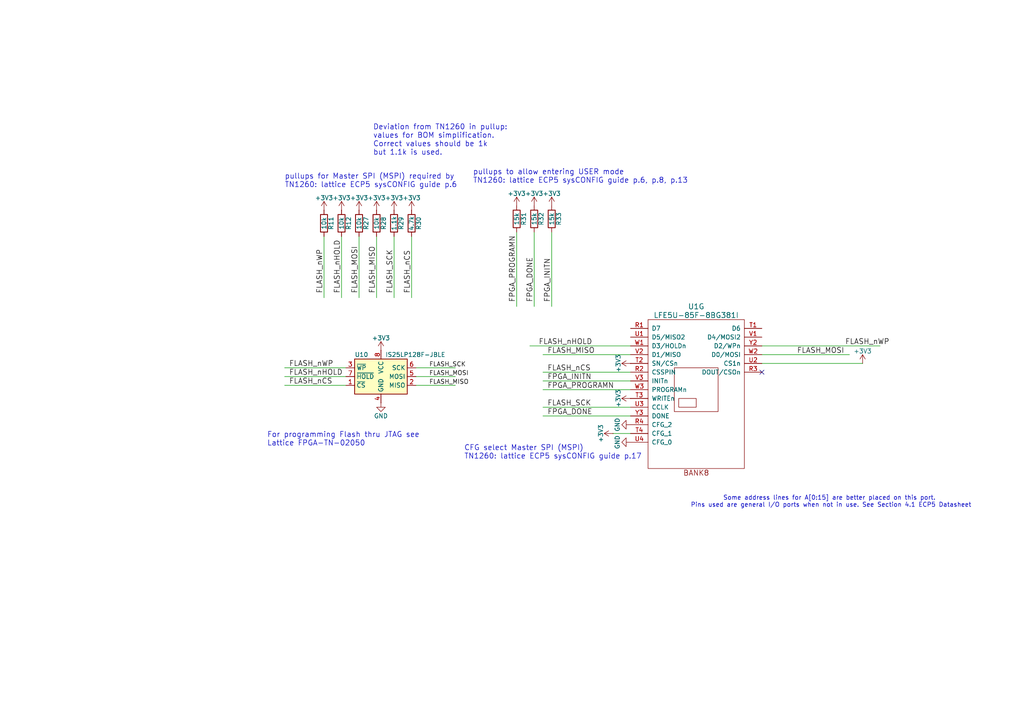
<source format=kicad_sch>
(kicad_sch (version 20250114) (generator "eeschema") (generator_version "9.0")
  (paper "A4")
  (title_block (title "FPGA Configuration - SPI Flash & Boot") (date "2025-11-30") (rev "1.0.0") (comment 2 "mode. PROGRAMN, DONE, and INITN signals for configuration control.") (comment 3 "pins. Pullups on all SPI lines per Lattice guidelines. CFG pins set for Master SPI boot") (comment 4 "IS25LP128F SPI flash for FPGA bitstream storage. Directly connected to ECP5 configuration"))
  (lib_symbols
    (symbol "Device:R" (pin_numbers (hide yes)) (pin_names (offset 0))
      (property "Reference" "R" (at 2.032 0 90))
      (property "Value" "R" (at 0 0 90))
      (symbol "R_0_1"
        (rectangle (start -1.016 -2.54) (end 1.016 2.54) (stroke (width 0.254)))
      )
      (symbol "R_1_1"
        (pin passive line (at 0 3.81 270) (length 1.27) (name "~") (number "1"))
        (pin passive line (at 0 -3.81 90) (length 1.27) (name "~") (number "2"))
      )
    )
    (symbol "Memory_EEPROM:25LCxxx"
      (property "Reference" "U" (at -7.62 6.35 0))
      (property "Value" "25LCxxx" (at 2.54 -6.35 0))
      (symbol "25LCxxx_1_1"
        (rectangle (start -7.62 5.08) (end 7.62 -5.08) (stroke (width 0.254)) (fill (type background)))
        (pin input line (at -10.16 2.54 0) (length 2.54) (name "~{WP}") (number "3"))
        (pin input line (at -10.16 0 0) (length 2.54) (name "~{HOLD}") (number "7"))
        (pin input line (at -10.16 -2.54 0) (length 2.54) (name "~{CS}") (number "1"))
        (pin power_in line (at 0 7.62 270) (length 2.54) (name "VCC") (number "8"))
        (pin power_in line (at 0 -7.62 90) (length 2.54) (name "GND") (number "4"))
        (pin input line (at 10.16 2.54 180) (length 2.54) (name "SCK") (number "6"))
        (pin input line (at 10.16 0 180) (length 2.54) (name "MOSI") (number "5"))
        (pin tri_state line (at 10.16 -2.54 180) (length 2.54) (name "MISO") (number "2"))
      )
    )
    (symbol "lfe5bg381:LFE5UM-85F-6BG381C" (pin_names (offset 1.016))
      (property "Reference" "U" (at 0 24.13 0))
      (property "Value" "LFE5UM-85F-6BG381C" (at 0 21.59 0))
      (symbol "LFE5UM-85F-6BG381C_1_1"
        (rectangle (start -13.97 20.32) (end 13.97 -17.78))
        (rectangle (start -6.35 6.35) (end 6.35 -6.35))
        (rectangle (start -5.08 5.08) (end 0 2.54))
        (text "BANK0" (at 0 -19.05 0) (effects (font (size 1.524 1.524))))
        (pin input line (at -19.05 17.78 0) (length 5.08) (name "PCLKT0_0") (number "B11"))
        (pin input line (at -19.05 15.24 0) (length 5.08) (name "PCLKT0_1") (number "A10"))
        (pin input line (at -19.05 12.7 0) (length 5.08) (name "GR_PCLK0_1") (number "A9"))
        (pin input line (at -19.05 10.16 0) (length 5.08) (name "PT58A") (number "B9"))
        (pin input line (at -19.05 7.62 0) (length 5.08) (name "PT20A") (number "D9"))
        (pin input line (at -19.05 5.08 0) (length 5.08) (name "PT18A") (number "A7"))
        (pin input line (at -19.05 2.54 0) (length 5.08) (name "PT15A") (number "C8"))
        (pin input line (at -19.05 0 0) (length 5.08) (name "PT13A") (number "E8"))
        (pin input line (at -19.05 -2.54 0) (length 5.08) (name "PT11A") (number "C6"))
        (pin input line (at -19.05 -5.08 0) (length 5.08) (name "PT9A") (number "E7"))
        (pin input line (at -19.05 -7.62 0) (length 5.08) (name "PT6A") (number "E6"))
        (pin input line (at -19.05 -10.16 0) (length 5.08) (name "PT4A") (number "A6"))
        (pin input line (at -19.05 -12.7 0) (length 5.08) (name "PT56A") (number "D10"))
        (pin input line (at -19.05 -15.24 0) (length 5.08) (name "PT54A") (number "C9"))
        (pin input line (at 19.05 17.78 180) (length 5.08) (name "PCLKC0_0") (number "C11"))
        (pin input line (at 19.05 15.24 180) (length 5.08) (name "PCLKC0_1") (number "A11"))
        (pin input line (at 19.05 12.7 180) (length 5.08) (name "GR_PCLK0_0") (number "B10"))
        (pin input line (at 19.05 10.16 180) (length 5.08) (name "PT58B") (number "C10"))
        (pin input line (at 19.05 7.62 180) (length 5.08) (name "PT20B") (number "E9"))
        (pin input line (at 19.05 5.08 180) (length 5.08) (name "PT18B") (number "A8"))
        (pin input line (at 19.05 2.54 180) (length 5.08) (name "PT15B") (number "B8"))
        (pin input line (at 19.05 0 180) (length 5.08) (name "PT13B") (number "D8"))
        (pin input line (at 19.05 -2.54 180) (length 5.08) (name "PT11B") (number "C7"))
        (pin input line (at 19.05 -5.08 180) (length 5.08) (name "PT9B") (number "D7"))
        (pin input line (at 19.05 -7.62 180) (length 5.08) (name "PT6B") (number "D6"))
        (pin input line (at 19.05 -10.16 180) (length 5.08) (name "PT4B") (number "B6"))
        (pin input line (at 19.05 -12.7 180) (length 5.08) (name "PT56B") (number "E10"))
      )
      (symbol "LFE5UM-85F-6BG381C_2_0"
        (text "BANK1" (at 0 -26.67 0) (effects (font (size 1.524 1.524))))
      )
      (symbol "LFE5UM-85F-6BG381C_2_1"
        (rectangle (start -13.97 20.32) (end 13.97 -25.4))
        (rectangle (start -6.35 6.35) (end 6.35 -6.35))
        (rectangle (start 0 5.08) (end 5.08 2.54))
        (pin input line (at -19.05 17.78 0) (length 5.08) (name "PT121A") (number "A19"))
        (pin input line (at -19.05 15.24 0) (length 5.08) (name "PT119A") (number "A18"))
        (pin input line (at -19.05 12.7 0) (length 5.08) (name "PT116A") (number "A17"))
        (pin input line (at -19.05 10.16 0) (length 5.08) (name "PT114A") (number "B17"))
        (pin input line (at -19.05 7.62 0) (length 5.08) (name "PT112A") (number "C16"))
        (pin input line (at -19.05 5.08 0) (length 5.08) (name "PT110A") (number "A16"))
        (pin input line (at -19.05 2.54 0) (length 5.08) (name "PT107A") (number "D15"))
        (pin input line (at -19.05 0 0) (length 5.08) (name "PT105A") (number "B15"))
        (pin input line (at -19.05 -2.54 0) (length 5.08) (name "PT85A") (number "D14"))
        (pin input line (at -19.05 -5.08 0) (length 5.08) (name "PT83A") (number "A14"))
        (pin input line (at -19.05 -7.62 0) (length 5.08) (name "PT80A") (number "D13"))
        (pin input line (at -19.05 -10.16 0) (length 5.08) (name "PT78A") (number "B13"))
        (pin input line (at -19.05 -12.7 0) (length 5.08) (name "PT76A") (number "A12"))
        (pin input line (at -19.05 -15.24 0) (length 5.08) (name "GR_PCLK1_0") (number "D12"))
        (pin input line (at -19.05 -17.78 0) (length 5.08) (name "PCLKT1_0") (number "B12"))
        (pin input line (at -19.05 -20.32 0) (length 5.08) (name "PCLKT1_1") (number "D11"))
        (pin input line (at -19.05 -22.86 0) (length 5.08) (name "PT103A") (number "A15"))
        (pin input line (at 19.05 17.78 180) (length 5.08) (name "PT121B") (number "B20"))
        (pin input line (at 19.05 15.24 180) (length 5.08) (name "PT119B") (number "B19"))
        (pin input line (at 19.05 12.7 180) (length 5.08) (name "PT116B") (number "B18"))
        (pin input line (at 19.05 10.16 180) (length 5.08) (name "PT114B") (number "C17"))
        (pin input line (at 19.05 7.62 180) (length 5.08) (name "PT112B") (number "D16"))
        (pin input line (at 19.05 5.08 180) (length 5.08) (name "PT110B") (number "B16"))
        (pin input line (at 19.05 2.54 180) (length 5.08) (name "PT107B") (number "E15"))
        (pin input line (at 19.05 0 180) (length 5.08) (name "PT105B") (number "C15"))
        (pin input line (at 19.05 -2.54 180) (length 5.08) (name "PT85B") (number "E14"))
        (pin input line (at 19.05 -5.08 180) (length 5.08) (name "PT83B") (number "C14"))
        (pin input line (at 19.05 -7.62 180) (length 5.08) (name "PT80B") (number "E13"))
        (pin input line (at 19.05 -10.16 180) (length 5.08) (name "PT78B") (number "C13"))
        (pin input line (at 19.05 -12.7 180) (length 5.08) (name "PT76B") (number "A13"))
        (pin input line (at 19.05 -15.24 180) (length 5.08) (name "GR_PCLK1_1") (number "E12"))
        (pin input line (at 19.05 -17.78 180) (length 5.08) (name "PCLKC1_0") (number "C12"))
        (pin input line (at 19.05 -20.32 180) (length 5.08) (name "PCLKC1_1") (number "E11"))
      )
      (symbol "LFE5UM-85F-6BG381C_3_0"
        (text "BANK2" (at 0 -26.67 0) (effects (font (size 1.524 1.524))))
      )
      (symbol "LFE5UM-85F-6BG381C_3_1"
        (rectangle (start -13.97 20.32) (end 13.97 -25.4))
        (rectangle (start -6.35 6.35) (end 6.35 -6.35))
        (rectangle (start 5.08 5.08) (end 2.54 0))
        (pin input line (at -19.05 17.78 0) (length 5.08) (name "PCLKT2_0") (number "J20"))
        (pin input line (at -19.05 15.24 0) (length 5.08) (name "PCLKT2_1") (number "J19"))
        (pin input line (at -19.05 12.7 0) (length 5.08) (name "GR_PCLK2_0") (number "J18"))
        (pin input line (at -19.05 10.16 0) (length 5.08) (name "GR_PCLK2_1") (number "G19"))
        (pin input line (at -19.05 7.62 0) (length 5.08) (name "PR38C") (number "F20"))
        (pin input line (at -19.05 5.08 0) (length 5.08) (name "PR38A") (number "E20"))
        (pin input line (at -19.05 2.54 0) (length 5.08) (name "VREF1_2") (number "D20"))
        (pin input line (at -19.05 0 0) (length 5.08) (name "PR35A") (number "C20"))
        (pin input line (at -19.05 -2.54 0) (length 5.08) (name "PR20C") (number "J17"))
        (pin input line (at -19.05 -5.08 0) (length 5.08) (name "PR20A") (number "H18"))
        (pin input line (at -19.05 -7.62 0) (length 5.08) (name "PR17C") (number "G16"))
        (pin input line (at -19.05 -10.16 0) (length 5.08) (name "PR17A") (number "F17"))
        (pin input line (at -19.05 -12.7 0) (length 5.08) (name "PR14C") (number "E18"))
        (pin input line (at -19.05 -15.24 0) (length 5.08) (name "PR14A") (number "D18"))
        (pin input line (at -19.05 -17.78 0) (length 5.08) (name "PR11C") (number "E16"))
        (pin input line (at -19.05 -20.32 0) (length 5.08) (name "PR11A") (number "C18"))
        (pin input line (at -19.05 -22.86 0) (length 5.08) (name "PR29A") (number "K16"))
        (pin input line (at 19.05 17.78 180) (length 5.08) (name "PCLKC2_0") (number "K20"))
        (pin input line (at 19.05 15.24 180) (length 5.08) (name "PCLKC2_1") (number "K19"))
        (pin input line (at 19.05 12.7 180) (length 5.08) (name "PR41D") (number "K18"))
        (pin input line (at 19.05 10.16 180) (length 5.08) (name "PR41B") (number "H20"))
        (pin input line (at 19.05 7.62 180) (length 5.08) (name "PR38D") (number "G20"))
        (pin input line (at 19.05 5.08 180) (length 5.08) (name "PR38B") (number "F19"))
        (pin input line (at 19.05 2.54 180) (length 5.08) (name "PR35D") (number "E19"))
        (pin input line (at 19.05 0 180) (length 5.08) (name "PR35B") (number "D19"))
        (pin input line (at 19.05 -2.54 180) (length 5.08) (name "PR20D") (number "J16"))
        (pin input line (at 19.05 -5.08 180) (length 5.08) (name "PR20B") (number "H17"))
        (pin input line (at 19.05 -7.62 180) (length 5.08) (name "PR17D") (number "H16"))
        (pin input line (at 19.05 -10.16 180) (length 5.08) (name "PR17B") (number "G18"))
        (pin input line (at 19.05 -12.7 180) (length 5.08) (name "PR14D") (number "F18"))
        (pin input line (at 19.05 -15.24 180) (length 5.08) (name "PR14B") (number "E17"))
        (pin input line (at 19.05 -17.78 180) (length 5.08) (name "PR11D") (number "F16"))
        (pin input line (at 19.05 -20.32 180) (length 5.08) (name "PR11B") (number "D17"))
        (pin input line (at 19.05 -22.86 180) (length 5.08) (name "PR29B") (number "K17"))
      )
      (symbol "LFE5UM-85F-6BG381C_4_0"
        (text "BANK3" (at 0 -26.67 0) (effects (font (size 1.524 1.524))))
      )
      (symbol "LFE5UM-85F-6BG381C_4_1"
        (rectangle (start -13.97 20.32) (end 13.97 -25.4))
        (rectangle (start -6.35 6.35) (end 6.35 -6.35))
        (rectangle (start 2.54 0) (end 5.08 -5.08))
        (pin input line (at -19.05 17.78 0) (length 5.08) (name "GPLL0T_IN") (number "U16"))
        (pin input line (at -19.05 15.24 0) (length 5.08) (name "PR92A") (number "U18"))
        (pin input line (at -19.05 12.7 0) (length 5.08) (name "PR89C") (number "U19"))
        (pin input line (at -19.05 10.16 0) (length 5.08) (name "PR89A") (number "T19"))
        (pin input line (at -19.05 7.62 0) (length 5.08) (name "PR86C") (number "T20"))
        (pin input line (at -19.05 5.08 0) (length 5.08) (name "PR86A") (number "P20"))
        (pin input line (at -19.05 2.54 0) (length 5.08) (name "PR83C") (number "P19"))
        (pin input line (at -19.05 0 0) (length 5.08) (name "PR83A") (number "N19"))
        (pin input line (at -19.05 -2.54 0) (length 5.08) (name "PR56C") (number "R16"))
        (pin input line (at -19.05 -5.08 0) (length 5.08) (name "PR56A") (number "N17"))
        (pin input line (at -19.05 -7.62 0) (length 5.08) (name "PR53C") (number "N18"))
        (pin input line (at -19.05 -10.16 0) (length 5.08) (name "PR53A") (number "N16"))
        (pin input line (at -19.05 -12.7 0) (length 5.08) (name "GR_PCLK3_1") (number "L18"))
        (pin input line (at -19.05 -15.24 0) (length 5.08) (name "GR_PCLK3_0") (number "L16"))
        (pin input line (at -19.05 -17.78 0) (length 5.08) (name "PCLKT3_0") (number "L19"))
        (pin input line (at -19.05 -20.32 0) (length 5.08) (name "PCLKT3_1") (number "L20"))
        (pin input line (at -19.05 -22.86 0) (length 5.08) (name "PR77A") (number "T16"))
        (pin input line (at 19.05 17.78 180) (length 5.08) (name "GPLL0C_IN") (number "T17"))
        (pin input line (at 19.05 15.24 180) (length 5.08) (name "PR92B") (number "U17"))
        (pin input line (at 19.05 12.7 180) (length 5.08) (name "PR89D") (number "T18"))
        (pin input line (at 19.05 10.16 180) (length 5.08) (name "PR89B") (number "R18"))
        (pin input line (at 19.05 7.62 180) (length 5.08) (name "PR86D") (number "U20"))
        (pin input line (at 19.05 5.08 180) (length 5.08) (name "PR86B") (number "R20"))
        (pin input line (at 19.05 2.54 180) (length 5.08) (name "PR83D") (number "P18"))
        (pin input line (at 19.05 0 180) (length 5.08) (name "PR83B") (number "N20"))
        (pin input line (at 19.05 -2.54 180) (length 5.08) (name "PR56D") (number "R17"))
        (pin input line (at 19.05 -5.08 180) (length 5.08) (name "VREF1_3") (number "P16"))
        (pin input line (at 19.05 -7.62 180) (length 5.08) (name "PR53D") (number "P17"))
        (pin input line (at 19.05 -10.16 180) (length 5.08) (name "PR53B") (number "M17"))
        (pin input line (at 19.05 -12.7 180) (length 5.08) (name "PR50D") (number "M18"))
        (pin input line (at 19.05 -15.24 180) (length 5.08) (name "PR50B") (number "L17"))
        (pin input line (at 19.05 -17.78 180) (length 5.08) (name "PCLKC3_0") (number "M19"))
        (pin input line (at 19.05 -20.32 180) (length 5.08) (name "PCLKC3_1") (number "M20"))
      )
      (symbol "LFE5UM-85F-6BG381C_5_0"
        (text "BANK6" (at 0 -26.67 0) (effects (font (size 1.524 1.524))))
      )
      (symbol "LFE5UM-85F-6BG381C_5_1"
        (rectangle (start -13.97 20.32) (end 13.97 -25.4))
        (rectangle (start -6.35 6.35) (end 6.35 -6.35))
        (rectangle (start -5.08 0) (end -2.54 -5.08))
        (pin input line (at -19.05 17.78 0) (length 5.08) (name "PCLKT6_0") (number "H2"))
        (pin input line (at -19.05 15.24 0) (length 5.08) (name "PCLKT6_1") (number "G2"))
        (pin input line (at -19.05 12.7 0) (length 5.08) (name "GR_PCLK6_1") (number "J3"))
        (pin input line (at -19.05 10.16 0) (length 5.08) (name "GR_PCLK6_0") (number "J4"))
        (pin input line (at -19.05 7.62 0) (length 5.08) (name "PL53C") (number "H1"))
        (pin input line (at -19.05 5.08 0) (length 5.08) (name "PL53A") (number "K2"))
        (pin input line (at -19.05 2.54 0) (length 5.08) (name "PL56C") (number "L4"))
        (pin input line (at -19.05 0 0) (length 5.08) (name "PL56A") (number "K4"))
        (pin input line (at -19.05 -2.54 0) (length 5.08) (name "PL83C") (number "N4"))
        (pin input line (at -19.05 -5.08 0) (length 5.08) (name "PL83A") (number "M4"))
        (pin input line (at -19.05 -7.62 0) (length 5.08) (name "PL86C") (number "L3"))
        (pin input line (at -19.05 -10.16 0) (length 5.08) (name "PL86A") (number "N3"))
        (pin input line (at -19.05 -12.7 0) (length 5.08) (name "PL65C") (number "L1"))
        (pin input line (at -19.05 -15.24 0) (length 5.08) (name "PL65A") (number "N2"))
        (pin input line (at -19.05 -17.78 0) (length 5.08) (name "GPLL0T_IN") (number "P3"))
        (pin input line (at -19.05 -20.32 0) (length 5.08) (name "PL92A") (number "P1"))
        (pin input line (at -19.05 -22.86 0) (length 5.08) (name "PL77A") (number "M5"))
        (pin input line (at 19.05 17.78 180) (length 5.08) (name "PCLKC6_0") (number "G1"))
        (pin input line (at 19.05 15.24 180) (length 5.08) (name "PCLKC6_1") (number "F1"))
        (pin input line (at 19.05 12.7 180) (length 5.08) (name "PL50D") (number "K3"))
        (pin input line (at 19.05 10.16 180) (length 5.08) (name "PL50B") (number "J5"))
        (pin input line (at 19.05 7.62 180) (length 5.08) (name "PL53D") (number "K1"))
        (pin input line (at 19.05 5.08 180) (length 5.08) (name "PL53B") (number "J1"))
        (pin input line (at 19.05 2.54 180) (length 5.08) (name "PL56D") (number "L5"))
        (pin input line (at 19.05 0 180) (length 5.08) (name "VREF1_6") (number "K5"))
        (pin input line (at 19.05 -2.54 180) (length 5.08) (name "PL83D") (number "P5"))
        (pin input line (at 19.05 -5.08 180) (length 5.08) (name "PL83B") (number "N5"))
        (pin input line (at 19.05 -7.62 180) (length 5.08) (name "PL86D") (number "L2"))
        (pin input line (at 19.05 -10.16 180) (length 5.08) (name "PL86B") (number "M3"))
        (pin input line (at 19.05 -12.7 180) (length 5.08) (name "PL89D") (number "N1"))
        (pin input line (at 19.05 -15.24 180) (length 5.08) (name "PL89B") (number "M1"))
        (pin input line (at 19.05 -17.78 180) (length 5.08) (name "GPLL0C_IN") (number "P4"))
        (pin input line (at 19.05 -20.32 180) (length 5.08) (name "PL92B") (number "P2"))
      )
      (symbol "LFE5UM-85F-6BG381C_6_0"
        (text "BANK7" (at 0 -24.13 0) (effects (font (size 1.524 1.524))))
      )
      (symbol "LFE5UM-85F-6BG381C_6_1"
        (rectangle (start -13.97 20.32) (end 13.97 -22.86))
        (rectangle (start -6.35 6.35) (end 6.35 -6.35))
        (rectangle (start -5.08 5.08) (end -2.54 0))
        (pin input line (at -19.05 17.78 0) (length 5.08) (name "PL11C") (number "B5"))
        (pin input line (at -19.05 15.24 0) (length 5.08) (name "PL11A") (number "A4"))
        (pin input line (at -19.05 12.7 0) (length 5.08) (name "PL14C") (number "A3"))
        (pin input line (at -19.05 10.16 0) (length 5.08) (name "PL14A") (number "C4"))
        (pin input line (at -19.05 7.62 0) (length 5.08) (name "PL17C") (number "C3"))
        (pin input line (at -19.05 5.08 0) (length 5.08) (name "PL17A") (number "E4"))
        (pin input line (at -19.05 2.54 0) (length 5.08) (name "PL20C") (number "E5"))
        (pin input line (at -19.05 0 0) (length 5.08) (name "PL20A") (number "F4"))
        (pin input line (at -19.05 -2.54 0) (length 5.08) (name "VREF1_7") (number "B2"))
        (pin input line (at -19.05 -5.08 0) (length 5.08) (name "PL35A") (number "A2"))
        (pin input line (at -19.05 -7.62 0) (length 5.08) (name "PL38C") (number "D2"))
        (pin input line (at -19.05 -10.16 0) (length 5.08) (name "PL38A") (number "C1"))
        (pin input line (at -19.05 -12.7 0) (length 5.08) (name "GR_PCLK7_0") (number "H5"))
        (pin input line (at -19.05 -15.24 0) (length 5.08) (name "GR_PCLK7_1") (number "H4"))
        (pin input line (at -19.05 -17.78 0) (length 5.08) (name "PCLKT7_0") (number "F2"))
        (pin input line (at -19.05 -20.32 0) (length 5.08) (name "PCLKT7_1") (number "G3"))
        (pin input line (at 19.05 17.78 180) (length 5.08) (name "PL11D") (number "C5"))
        (pin input line (at 19.05 15.24 180) (length 5.08) (name "PL11B") (number "A5"))
        (pin input line (at 19.05 12.7 180) (length 5.08) (name "PL14D") (number "B3"))
        (pin input line (at 19.05 10.16 180) (length 5.08) (name "PL14B") (number "B4"))
        (pin input line (at 19.05 7.62 180) (length 5.08) (name "PL17D") (number "D3"))
        (pin input line (at 19.05 5.08 180) (length 5.08) (name "PL17B") (number "D5"))
        (pin input line (at 19.05 2.54 180) (length 5.08) (name "PL20D") (number "F5"))
        (pin input line (at 19.05 0 180) (length 5.08) (name "PL20B") (number "E3"))
        (pin input line (at 19.05 -2.54 180) (length 5.08) (name "PL35D") (number "C2"))
        (pin input line (at 19.05 -5.08 180) (length 5.08) (name "PL35B") (number "B1"))
        (pin input line (at 19.05 -7.62 180) (length 5.08) (name "PL38D") (number "E1"))
        (pin input line (at 19.05 -10.16 180) (length 5.08) (name "PL38B") (number "D1"))
        (pin input line (at 19.05 -12.7 180) (length 5.08) (name "PL41D") (number "H3"))
        (pin input line (at 19.05 -15.24 180) (length 5.08) (name "PL41B") (number "G5"))
        (pin input line (at 19.05 -17.78 180) (length 5.08) (name "PCLKC7_0") (number "E2"))
        (pin input line (at 19.05 -20.32 180) (length 5.08) (name "PCLKC7_1") (number "F3"))
      )
      (symbol "LFE5UM-85F-6BG381C_7_0"
        (text "BANK8" (at 0 -24.13 0) (effects (font (size 1.524 1.524))))
      )
      (symbol "LFE5UM-85F-6BG381C_7_1"
        (rectangle (start -13.97 20.32) (end 13.97 -22.86))
        (rectangle (start -6.35 6.35) (end 6.35 -6.35))
        (rectangle (start -5.08 -5.08) (end 0 -2.54))
        (pin input line (at -19.05 17.78 0) (length 5.08) (name "D7") (number "R1"))
        (pin input line (at -19.05 15.24 0) (length 5.08) (name "D5/MISO2") (number "U1"))
        (pin input line (at -19.05 12.7 0) (length 5.08) (name "D3/HOLDn") (number "W1"))
        (pin input line (at -19.05 10.16 0) (length 5.08) (name "D1/MISO") (number "V2"))
        (pin input line (at -19.05 7.62 0) (length 5.08) (name "SN/CSn") (number "T2"))
        (pin input line (at -19.05 5.08 0) (length 5.08) (name "CSSPIN") (number "R2"))
        (pin input line (at -19.05 2.54 0) (length 5.08) (name "INITn") (number "V3"))
        (pin input line (at -19.05 0 0) (length 5.08) (name "PROGRAMn") (number "W3"))
        (pin input line (at -19.05 -2.54 0) (length 5.08) (name "WRITEn") (number "T3"))
        (pin input line (at -19.05 -5.08 0) (length 5.08) (name "CCLK") (number "U3"))
        (pin input line (at -19.05 -7.62 0) (length 5.08) (name "DONE") (number "Y3"))
        (pin input line (at -19.05 -10.16 0) (length 5.08) (name "CFG_2") (number "R4"))
        (pin input line (at -19.05 -12.7 0) (length 5.08) (name "CFG_1") (number "T4"))
        (pin input line (at -19.05 -15.24 0) (length 5.08) (name "CFG_0") (number "U4"))
        (pin input line (at 19.05 17.78 180) (length 5.08) (name "D6") (number "T1"))
        (pin input line (at 19.05 15.24 180) (length 5.08) (name "D4/MOSI2") (number "V1"))
        (pin input line (at 19.05 12.7 180) (length 5.08) (name "D2/WPn") (number "Y2"))
        (pin input line (at 19.05 10.16 180) (length 5.08) (name "D0/MOSI") (number "W2"))
        (pin input line (at 19.05 7.62 180) (length 5.08) (name "CS1n") (number "U2"))
        (pin input line (at 19.05 5.08 180) (length 5.08) (name "DOUT/CSOn") (number "R3"))
      )
      (symbol "LFE5UM-85F-6BG381C_8_0"
        (text "BANK50,51" (at 0 -27.94 0) (effects (font (size 1.524 1.524))))
        (text "SERDES" (at 0 -30.48 0) (effects (font (size 1.524 1.524))))
      )
      (symbol "LFE5UM-85F-6BG381C_8_1"
        (rectangle (start -16.51 25.4) (end 16.51 -26.67))
        (rectangle (start -6.35 6.35) (end 6.35 -6.35))
        (rectangle (start 3.81 -5.08) (end -3.81 -3.81))
        (pin input line (at -21.59 22.86 0) (length 5.08) (name "REFCLKP_D0") (number "Y11"))
        (pin input line (at -21.59 20.32 0) (length 5.08) (name "HDTXP0_D0CH0") (number "W4"))
        (pin input line (at -21.59 17.78 0) (length 5.08) (name "HDRXP0_D0CH0") (number "Y5"))
        (pin input line (at -21.59 15.24 0) (length 5.08) (name "HDTXP0_D0CH1") (number "W8"))
        (pin input line (at -21.59 12.7 0) (length 5.08) (name "HDRXP0_D0CH1") (number "Y7"))
        (pin input line (at -21.59 8.89 0) (length 5.08) (name "VCCHTX0_D0CH0") (number "T7"))
        (pin input line (at -21.59 6.35 0) (length 5.08) (name "VCCHRX0_D0CH0") (number "T8"))
        (pin input line (at -21.59 3.81 0) (length 5.08) (name "VCCA0") (number "T6"))
        (pin input line (at -21.59 1.27 0) (length 5.08) (name "VCCA0") (number "U6"))
        (pin input line (at -21.59 -2.54 0) (length 5.08) (name "VCCA1") (number "T15"))
        (pin input line (at -21.59 -5.08 0) (length 5.08) (name "VCCA1") (number "U15"))
        (pin input line (at -21.59 -7.62 0) (length 5.08) (name "VCCHTX0_D1CH0") (number "T11"))
        (pin input line (at -21.59 -10.16 0) (length 5.08) (name "VCCHRX0_D1CH0") (number "T12"))
        (pin input line (at -21.59 -13.97 0) (length 5.08) (name "REFCLKP_D1") (number "Y19"))
        (pin input line (at -21.59 -16.51 0) (length 5.08) (name "HDTXP0_D1CH0") (number "W13"))
        (pin input line (at -21.59 -19.05 0) (length 5.08) (name "HDRXP0_D1CH0") (number "Y14"))
        (pin input line (at -21.59 -21.59 0) (length 5.08) (name "HDTXP0_D1CH1") (number "W17"))
        (pin input line (at -21.59 -24.13 0) (length 5.08) (name "HDRXP0_D1CH1") (number "Y16"))
        (pin input line (at 21.59 22.86 180) (length 5.08) (name "REFCLKN_D0") (number "Y12"))
        (pin input line (at 21.59 20.32 180) (length 5.08) (name "HDTXN0_D0CH0") (number "W5"))
        (pin input line (at 21.59 17.78 180) (length 5.08) (name "HDRXN0_D0CH0") (number "Y6"))
        (pin input line (at 21.59 15.24 180) (length 5.08) (name "HDTXN0_D0CH1") (number "W9"))
        (pin input line (at 21.59 12.7 180) (length 5.08) (name "HDRXN0_D0CH1") (number "Y8"))
        (pin input line (at 21.59 8.89 180) (length 5.08) (name "VCCHTX0_D0CH1") (number "T10"))
        (pin input line (at 21.59 6.35 180) (length 5.08) (name "VCCHRX0_D0CH1") (number "T9"))
        (pin input line (at 21.59 3.81 180) (length 5.08) (name "VCCAUXA0") (number "V10"))
        (pin input line (at 21.59 1.27 180) (length 5.08) (name "VCCAUXA0") (number "V11"))
        (pin input line (at 21.59 -2.54 180) (length 5.08) (name "VCCAUXA1") (number "V17"))
        (pin input line (at 21.59 -5.08 180) (length 5.08) (name "VCCAUXA1") (number "V18"))
        (pin input line (at 21.59 -7.62 180) (length 5.08) (name "VCCHTX0_D1CH1") (number "T14"))
        (pin input line (at 21.59 -10.16 180) (length 5.08) (name "VCCHRX0_D1CH1") (number "T13"))
        (pin input line (at 21.59 -13.97 180) (length 5.08) (name "REFCLKN_D1") (number "W20"))
        (pin input line (at 21.59 -16.51 180) (length 5.08) (name "HDTXN0_D1CH0") (number "W14"))
        (pin input line (at 21.59 -19.05 180) (length 5.08) (name "HDRXN0_D1CH0") (number "Y15"))
        (pin input line (at 21.59 -21.59 180) (length 5.08) (name "HDTXN0_D1CH1") (number "W18"))
        (pin input line (at 21.59 -24.13 180) (length 5.08) (name "HDRXN0_D1CH1") (number "Y17"))
      )
      (symbol "LFE5UM-85F-6BG381C_9_1"
        (rectangle (start -109.22 11.43) (end 118.11 -12.7))
        (rectangle (start -6.35 6.35) (end 6.35 -6.35))
        (rectangle (start -2.54 2.54) (end 2.54 -2.54))
        (text "POWER" (at 0 3.81 0) (effects (font (size 1.524 1.524))))
        (pin input line (at -106.68 16.51 270) (length 5.08) (name "VCC") (number "H13"))
        (pin input line (at -104.14 16.51 270) (length 5.08) (name "VCC") (number "J13"))
        (pin input line (at -101.6 16.51 270) (length 5.08) (name "VCC") (number "K13"))
        (pin input line (at -99.06 16.51 270) (length 5.08) (name "VCC") (number "L13"))
        (pin input line (at -97.79 -17.78 90) (length 5.08) (name "GND") (number "C19"))
        (pin input line (at -96.52 16.51 270) (length 5.08) (name "VCC") (number "M13"))
        (pin input line (at -95.25 -17.78 90) (length 5.08) (name "GND") (number "H19"))
        (pin input line (at -93.98 16.51 270) (length 5.08) (name "VCC") (number "N13"))
        (pin input line (at -92.71 -17.78 90) (length 5.08) (name "GND") (number "R19"))
        (pin input line (at -91.44 16.51 270) (length 5.08) (name "VCC") (number "H12"))
        (pin input line (at -90.17 -17.78 90) (length 5.08) (name "GND") (number "G17"))
        (pin input line (at -88.9 16.51 270) (length 5.08) (name "VCC") (number "N12"))
        (pin input line (at -87.63 -17.78 90) (length 5.08) (name "GND") (number "M16"))
        (pin input line (at -86.36 16.51 270) (length 5.08) (name "VCC") (number "H11"))
        (pin input line (at -85.09 -17.78 90) (length 5.08) (name "GND") (number "G15"))
        (pin input line (at -83.82 16.51 270) (length 5.08) (name "VCC") (number "N11"))
        (pin input line (at -82.55 -17.78 90) (length 5.08) (name "GND") (number "K15"))
        (pin input line (at -81.28 16.51 270) (length 5.08) (name "VCC") (number "H10"))
        (pin input line (at -80.01 -17.78 90) (length 5.08) (name "GND") (number "N15"))
        (pin input line (at -78.74 16.51 270) (length 5.08) (name "VCC") (number "N10"))
        (pin input line (at -77.47 -17.78 90) (length 5.08) (name "GND") (number "B14"))
        (pin input line (at -76.2 16.51 270) (length 5.08) (name "VCC") (number "H9"))
        (pin input line (at -74.93 -17.78 90) (length 5.08) (name "GND") (number "F14"))
        (pin input line (at -73.66 16.51 270) (length 5.08) (name "VCC") (number "N9"))
        (pin input line (at -72.39 -17.78 90) (length 5.08) (name "GND") (number "G14"))
        (pin input line (at -71.12 16.51 270) (length 5.08) (name "VCC") (number "H8"))
        (pin input line (at -69.85 -17.78 90) (length 5.08) (name "GND") (number "J14"))
        (pin input line (at -68.58 16.51 270) (length 5.08) (name "VCC") (number "J8"))
        (pin input line (at -67.31 -17.78 90) (length 5.08) (name "GND") (number "K14"))
        (pin input line (at -66.04 16.51 270) (length 5.08) (name "VCC") (number "K8"))
        (pin input line (at -64.77 -17.78 90) (length 5.08) (name "GND") (number "M14"))
        (pin input line (at -63.5 16.51 270) (length 5.08) (name "VCC") (number "L8"))
        (pin input line (at -62.23 -17.78 90) (length 5.08) (name "GND") (number "N14"))
        (pin input line (at -60.96 16.51 270) (length 5.08) (name "VCC") (number "M8"))
        (pin input line (at -59.69 -17.78 90) (length 5.08) (name "GND") (number "P14"))
        (pin input line (at -58.42 16.51 270) (length 5.08) (name "VCC") (number "N8"))
        (pin input line (at -57.15 -17.78 90) (length 5.08) (name "GND") (number "F13"))
        (pin input line (at -54.61 -17.78 90) (length 5.08) (name "GND") (number "G13"))
        (pin input line (at -53.34 16.51 270) (length 5.08) (name "VCCAUX") (number "F15"))
        (pin input line (at -52.07 -17.78 90) (length 5.08) (name "GND") (number "P13"))
        (pin input line (at -50.8 16.51 270) (length 5.08) (name "VCCAUX") (number "P15"))
        (pin input line (at -49.53 -17.78 90) (length 5.08) (name "GND") (number "G12"))
        (pin input line (at -48.26 16.51 270) (length 5.08) (name "VCCAUX") (number "F6"))
        (pin input line (at -46.99 -17.78 90) (length 5.08) (name "GND") (number "J12"))
        (pin input line (at -45.72 16.51 270) (length 5.08) (name "VCCAUX") (number "P6"))
        (pin input line (at -44.45 -17.78 90) (length 5.08) (name "GND") (number "K12"))
        (pin input line (at -41.91 -17.78 90) (length 5.08) (name "GND") (number "L12"))
        (pin input line (at -40.64 16.51 270) (length 5.08) (name "VCCio0") (number "F10"))
        (pin input line (at -39.37 -17.78 90) (length 5.08) (name "GND") (number "M12"))
        (pin input line (at -38.1 16.51 270) (length 5.08) (name "VCCio0") (number "F9"))
        (pin input line (at -36.83 -17.78 90) (length 5.08) (name "GND") (number "P12"))
        (pin input line (at -34.29 -17.78 90) (length 5.08) (name "GND") (number "G11"))
        (pin input line (at -33.02 16.51 270) (length 5.08) (name "VCCio1") (number "F12"))
        (pin input line (at -31.75 -17.78 90) (length 5.08) (name "GND") (number "J11"))
        (pin input line (at -30.48 16.51 270) (length 5.08) (name "VCCio1") (number "F11"))
        (pin input line (at -29.21 -17.78 90) (length 5.08) (name "GND") (number "K11"))
        (pin input line (at -26.67 -17.78 90) (length 5.08) (name "GND") (number "L11"))
        (pin input line (at -25.4 16.51 270) (length 5.08) (name "VCCio2") (number "H15"))
        (pin input line (at -24.13 -17.78 90) (length 5.08) (name "GND") (number "M11"))
        (pin input line (at -22.86 16.51 270) (length 5.08) (name "VCCio2") (number "J15"))
        (pin input line (at -21.59 -17.78 90) (length 5.08) (name "GND") (number "P11"))
        (pin input line (at -20.32 16.51 270) (length 5.08) (name "VCCio2") (number "H14"))
        (pin input line (at -19.05 -17.78 90) (length 5.08) (name "GND") (number "G10"))
        (pin input line (at -16.51 -17.78 90) (length 5.08) (name "GND") (number "J10"))
        (pin input line (at -15.24 16.51 270) (length 5.08) (name "VCCio3") (number "L15"))
        (pin input line (at -13.97 -17.78 90) (length 5.08) (name "GND") (number "K10"))
        (pin input line (at -12.7 16.51 270) (length 5.08) (name "VCCio3") (number "M15"))
        (pin input line (at -11.43 -17.78 90) (length 5.08) (name "GND") (number "L10"))
        (pin input line (at -10.16 16.51 270) (length 5.08) (name "VCCio3") (number "L14"))
        (pin input line (at -8.89 -17.78 90) (length 5.08) (name "GND") (number "M10"))
        (pin input line (at -6.35 -17.78 90) (length 5.08) (name "GND") (number "G9"))
        (pin input line (at -3.81 -17.78 90) (length 5.08) (name "GND") (number "J9"))
        (pin input line (at -1.27 -17.78 90) (length 5.08) (name "GND") (number "K9"))
        (pin input line (at 1.27 -17.78 90) (length 5.08) (name "GND") (number "L9"))
        (pin input line (at 3.81 -17.78 90) (length 5.08) (name "GND") (number "M9"))
        (pin input line (at 6.35 -17.78 90) (length 5.08) (name "GND") (number "F8"))
        (pin input line (at 8.89 -17.78 90) (length 5.08) (name "GND") (number "G8"))
        (pin input line (at 11.43 -17.78 90) (length 5.08) (name "GND") (number "P8"))
        (pin input line (at 13.97 -17.78 90) (length 5.08) (name "GND") (number "B7"))
        (pin input line (at 16.51 16.51 270) (length 5.08) (name "VCCio6") (number "L7"))
        (pin input line (at 16.51 -17.78 90) (length 5.08) (name "GND") (number "F7"))
        (pin input line (at 19.05 16.51 270) (length 5.08) (name "VCCio6") (number "L6"))
        (pin input line (at 19.05 -17.78 90) (length 5.08) (name "GND") (number "G7"))
        (pin input line (at 21.59 16.51 270) (length 5.08) (name "VCCio6") (number "M6"))
        (pin input line (at 21.59 -17.78 90) (length 5.08) (name "GND") (number "J7"))
        (pin input line (at 24.13 -17.78 90) (length 5.08) (name "GND") (number "K7"))
        (pin input line (at 26.67 16.51 270) (length 5.08) (name "VCCio7") (number "H7"))
        (pin input line (at 26.67 -17.78 90) (length 5.08) (name "GND") (number "M7"))
        (pin input line (at 29.21 16.51 270) (length 5.08) (name "VCCio7") (number "H6"))
        (pin input line (at 29.21 -17.78 90) (length 5.08) (name "GND") (number "N7"))
        (pin input line (at 31.75 16.51 270) (length 5.08) (name "VCCio7") (number "J6"))
        (pin input line (at 31.75 -17.78 90) (length 5.08) (name "GND") (number "P7"))
        (pin input line (at 34.29 -17.78 90) (length 5.08) (name "GND") (number "G6"))
        (pin input line (at 36.83 16.51 270) (length 5.08) (name "VCCio8") (number "P10"))
        (pin input line (at 36.83 -17.78 90) (length 5.08) (name "GND") (number "K6"))
        (pin input line (at 39.37 16.51 270) (length 5.08) (name "VCCio8") (number "P9"))
        (pin input line (at 39.37 -17.78 90) (length 5.08) (name "GND") (number "N6"))
        (pin input line (at 41.91 -17.78 90) (length 5.08) (name "GND") (number "D4"))
        (pin input line (at 44.45 -17.78 90) (length 5.08) (name "GND") (number "G4"))
        (pin input line (at 46.99 -17.78 90) (length 5.08) (name "GND") (number "J2"))
        (pin input line (at 49.53 -17.78 90) (length 5.08) (name "GND") (number "M2"))
        (pin input line (at 52.07 -17.78 90) (length 5.08) (name "GND") (number "V7"))
        (pin input line (at 54.61 -17.78 90) (length 5.08) (name "GND") (number "V8"))
        (pin input line (at 57.15 -17.78 90) (length 5.08) (name "GND") (number "V9"))
        (pin input line (at 59.69 -17.78 90) (length 5.08) (name "GND") (number "U7"))
        (pin input line (at 62.23 -17.78 90) (length 5.08) (name "GND") (number "U8"))
        (pin input line (at 64.77 -17.78 90) (length 5.08) (name "GND") (number "U9"))
        (pin input line (at 67.31 -17.78 90) (length 5.08) (name "GND") (number "U10"))
        (pin input line (at 69.85 -17.78 90) (length 5.08) (name "GND") (number "V20"))
        (pin input line (at 72.39 -17.78 90) (length 5.08) (name "GND") (number "V5"))
        (pin input line (at 74.93 -17.78 90) (length 5.08) (name "GND") (number "W6"))
        (pin input line (at 77.47 -17.78 90) (length 5.08) (name "GND") (number "V6"))
        (pin input line (at 80.01 -17.78 90) (length 5.08) (name "GND") (number "W7"))
        (pin input line (at 82.55 -17.78 90) (length 5.08) (name "GND") (number "V15"))
        (pin input line (at 85.09 -17.78 90) (length 5.08) (name "GND") (number "W16"))
        (pin input line (at 87.63 -17.78 90) (length 5.08) (name "GND") (number "V16"))
        (pin input line (at 90.17 -17.78 90) (length 5.08) (name "GND") (number "W19"))
        (pin input line (at 92.71 -17.78 90) (length 5.08) (name "GND") (number "V19"))
        (pin input line (at 95.25 -17.78 90) (length 5.08) (name "GND") (number "V14"))
        (pin input line (at 97.79 -17.78 90) (length 5.08) (name "GND") (number "U14"))
        (pin input line (at 100.33 -17.78 90) (length 5.08) (name "GND") (number "W15"))
        (pin input line (at 102.87 -17.78 90) (length 5.08) (name "GND") (number "U13"))
        (pin input line (at 105.41 -17.78 90) (length 5.08) (name "GND") (number "V13"))
        (pin input line (at 107.95 -17.78 90) (length 5.08) (name "GND") (number "U12"))
        (pin input line (at 110.49 -17.78 90) (length 5.08) (name "GND") (number "V12"))
        (pin input line (at 113.03 -17.78 90) (length 5.08) (name "GND") (number "W12"))
        (pin input line (at 115.57 -17.78 90) (length 5.08) (name "GND") (number "U11"))
      )
      (symbol "LFE5UM-85F-6BG381C_10_0"
        (text "JTAG" (at 0 1.27 0) (effects (font (size 1.524 1.524))))
      )
      (symbol "LFE5UM-85F-6BG381C_10_1"
        (rectangle (start -12.7 6.35) (end 7.62 -6.35))
        (text "PROG" (at 0 -1.27 0) (effects (font (size 1.524 1.524))))
        (pin input line (at -17.78 3.81 0) (length 5.08) (name "TDI") (number "R5"))
        (pin input line (at -17.78 1.27 0) (length 5.08) (name "TDO") (number "V4"))
        (pin input line (at -17.78 -1.27 0) (length 5.08) (name "TCK") (number "T5"))
        (pin input line (at -17.78 -3.81 0) (length 5.08) (name "TMS") (number "U5"))
      )
    )
    (symbol "power:+3V3" (power) (pin_numbers (hide yes)) (pin_names (offset 0) (hide yes))
      (property "Value" "+3V3" (at 0 3.556 0))
      (symbol "+3V3_0_1"
        (polyline (pts (xy -0.762 1.27) (xy 0 2.54)))
        (polyline (pts (xy 0 2.54) (xy 0.762 1.27)))
        (polyline (pts (xy 0 0) (xy 0 2.54)))
      )
      (symbol "+3V3_1_1"
        (pin power_in line (at 0 0 90) (length 0) (name "~") (number "1"))
      )
    )
    (symbol "power:GND" (power) (pin_numbers (hide yes)) (pin_names (offset 0) (hide yes))
      (property "Value" "GND" (at 0 -3.81 0))
      (symbol "GND_0_1"
        (polyline (pts (xy 0 0) (xy 0 -1.27) (xy 1.27 -1.27) (xy 0 -2.54) (xy -1.27 -1.27) (xy 0 -1.27)))
      )
      (symbol "GND_1_1"
        (pin power_in line (at 0 0 270) (length 0) (name "~") (number "1"))
      )
    )
  )
  (text "pullups to allow entering USER mode\nTN1260: lattice ECP5 sysCONFIG guide p.6, p.8, p.13" (at 137.16 53.34 0) (effects (font (size 1.524 1.524)) (justify left bottom)))
  (text "pullups for Master SPI (MSPI) required by\nTN1260: lattice ECP5 sysCONFIG guide p.6" (at 82.55 54.61 0) (effects (font (size 1.524 1.524)) (justify left bottom)))
  (text "Some address lines for A[0:15] are better placed on this port. \nPins used are general I/O ports when not in use. See Section 4.1 ECP5 Datasheet" (at 241.046 145.542 0) (effects (font (size 1.27 1.27))))
  (text "Deviation from TN1260 in pullup:\nvalues for BOM simplification.\nCorrect values should be 1k \nbut 1.1k is used." (at 108.204 45.212 0) (effects (font (size 1.524 1.524)) (justify left bottom)))
  (text "CFG select Master SPI (MSPI)\nTN1260: lattice ECP5 sysCONFIG guide p.17" (at 134.62 133.35 0) (effects (font (size 1.524 1.524)) (justify left bottom)))
  (text "For programming Flash thru JTAG see\nLattice FPGA-TN-02050" (at 77.47 129.54 0) (effects (font (size 1.524 1.524)) (justify left bottom)))
  (no_connect (at 220.98 107.95))
  (wire (pts (xy 114.3 68.58) (xy 114.3 86.36)))
  (wire (pts (xy 157.48 110.49) (xy 182.88 110.49)))
  (wire (pts (xy 120.65 109.22) (xy 132.08 109.22)))
  (wire (pts (xy 100.33 111.76) (xy 82.55 111.76)))
  (wire (pts (xy 154.94 67.31) (xy 154.94 88.9)))
  (wire (pts (xy 182.88 113.03) (xy 157.48 113.03)))
  (wire (pts (xy 99.06 68.58) (xy 99.06 86.36)))
  (wire (pts (xy 149.86 67.31) (xy 149.86 88.9)))
  (wire (pts (xy 100.33 106.68) (xy 82.55 106.68)))
  (wire (pts (xy 100.33 109.22) (xy 82.55 109.22)))
  (wire (pts (xy 153.67 100.33) (xy 182.88 100.33)))
  (wire (pts (xy 220.98 105.41) (xy 250.19 105.41)))
  (wire (pts (xy 109.22 68.58) (xy 109.22 86.36)))
  (wire (pts (xy 157.48 118.11) (xy 182.88 118.11)))
  (wire (pts (xy 120.65 106.68) (xy 132.08 106.68)))
  (wire (pts (xy 220.98 100.33) (xy 255.27 100.33)))
  (wire (pts (xy 157.48 120.65) (xy 182.88 120.65)))
  (wire (pts (xy 177.8 125.73) (xy 182.88 125.73)))
  (wire (pts (xy 157.48 102.87) (xy 182.88 102.87)))
  (wire (pts (xy 120.65 111.76) (xy 132.08 111.76)))
  (wire (pts (xy 182.88 107.95) (xy 157.48 107.95)))
  (wire (pts (xy 104.14 68.58) (xy 104.14 86.36)))
  (wire (pts (xy 160.02 67.31) (xy 160.02 88.9)))
  (wire (pts (xy 93.98 68.58) (xy 93.98 86.36)))
  (wire (pts (xy 220.98 102.87) (xy 246.38 102.87)))
  (wire (pts (xy 119.38 68.58) (xy 119.38 86.36)))
  (label "FLASH_nCS" (at 158.75 107.95 0) (effects (font (size 1.524 1.524))))
  (label "FLASH_MISO" (at 124.46 111.76 0))
  (label "FPGA_PROGRAMN" (at 149.86 87.63 90) (effects (font (size 1.524 1.524))))
  (label "FPGA_DONE" (at 154.94 87.63 90) (effects (font (size 1.524 1.524))))
  (label "FLASH_nHOLD" (at 156.21 100.33 0) (effects (font (size 1.524 1.524))))
  (label "FPGA_INITN" (at 158.75 110.49 0) (effects (font (size 1.524 1.524))))
  (label "FLASH_MOSI" (at 104.14 85.09 90) (effects (font (size 1.524 1.524))))
  (label "FLASH_nWP" (at 245.11 100.33 0) (effects (font (size 1.524 1.524))))
  (label "FLASH_MISO" (at 158.75 102.87 0) (effects (font (size 1.524 1.524))))
  (label "FLASH_MOSI" (at 124.46 109.22 0))
  (label "FLASH_nHOLD" (at 99.06 85.09 90) (effects (font (size 1.524 1.524))))
  (label "FLASH_nCS" (at 83.82 111.76 0) (effects (font (size 1.524 1.524))))
  (label "FLASH_SCK" (at 158.75 118.11 0) (effects (font (size 1.524 1.524))))
  (label "FLASH_SCK" (at 114.3 85.09 90) (effects (font (size 1.524 1.524))))
  (label "FLASH_MOSI" (at 231.14 102.87 0) (effects (font (size 1.524 1.524))))
  (label "FLASH_MISO" (at 109.22 85.09 90) (effects (font (size 1.524 1.524))))
  (label "FLASH_nWP" (at 83.82 106.68 0) (effects (font (size 1.524 1.524))))
  (label "FPGA_DONE" (at 158.75 120.65 0) (effects (font (size 1.524 1.524))))
  (label "FPGA_INITN" (at 160.02 87.63 90) (effects (font (size 1.524 1.524))))
  (label "FLASH_nCS" (at 119.38 85.09 90) (effects (font (size 1.524 1.524))))
  (label "FLASH_nHOLD" (at 83.82 109.22 0) (effects (font (size 1.524 1.524))))
  (label "FPGA_PROGRAMN" (at 158.75 113.03 0) (effects (font (size 1.524 1.524))))
  (label "FLASH_nWP" (at 93.98 85.09 90) (effects (font (size 1.524 1.524))))
  (label "FLASH_SCK" (at 124.46 106.68 0))
  (symbol (lib_id "Memory_EEPROM:25LCxxx") (at 110.49 109.22 0) (unit 1)
    (property "Reference" "U10" (at 102.87 102.87 0) (effects (justify left)))
    (property "Value" "IS25LP128F-JBLE" (at 111.76 102.87 0) (effects (justify left)))
    (property "Footprint" "SOA008-150mil:SOA008-150-208mil" (effects (hide yes)))
    (property "Datasheet" "http://www.issi.com/WW/pdf/25LP-WP128F.pdf" (effects (hide yes)))
    (property "MNF1_URL" "www.issi.com" (effects (hide yes)))
    (property "MPN" "IS25LP128F-JBLE" (effects (hide yes)))
    (property "MNF2_URL" "www.issi.com" (effects (hide yes)))
    (property "Datasheet2" "http://www.issi.com/WW/pdf/25LP-WP032D.pdf" (effects (hide yes)))
    (property "MPN2" "IS25LP032D-JNLE-TR" (effects (hide yes)))
    (property "MNF3_URL" "www.issi.com" (effects (hide yes)))
    (property "MPN3" "IS25LP032D-JNLA3" (effects (hide yes)))
    (property "Dtasheet4" "https://www.winbond.com/resource-files/w25q128jv%20spi%20revc%2011162016.pdf" (effects (hide yes)))
    (property "MNF4_URL" "www.winbond.com" (effects (hide yes)))
    (property "MPN4" "W25Q128JVSIM" (effects (hide yes)))
    (property "Mouser" "454-W25Q128JVSIMTR" (effects (hide yes)))
    (property "Mouse_1r" "727-S25FL128LAMFV013" (effects (hide yes)))
    (property "Mouse_r3" "454-W25Q128JVSIQTR" (effects (hide yes)))
    (property "Digikey" "W25Q128JVSIQCT-ND " (effects (hide yes)))
    (property "Digike_y2" "IS25LP128F-JBLE-ND" (effects (hide yes)))
    (property "Digike_y3" "706-1607-1-ND" (effects (hide yes)))
    (property "Newark" "38AC3510" (effects (hide yes)))
    (property "LCSC" "C113767" (effects (hide yes)))
    (property "price100_LCSC" "0.7796$" (effects (hide yes)))
    (property "LowCost" "870-IS25LP032DJBLETR" (effects (hide yes)))
    (property "Koncar" "FU003" (effects (hide yes)))
  )
  (symbol (lib_id "power:+3V3") (at 110.49 101.6 0) (unit 1)
    (property "Reference" "#PWR0155" (effects (hide yes)))
    (property "Value" "+3V3" (at 110.49 98.044 0))
  )
  (symbol (lib_id "power:GND") (at 110.49 116.84 0) (unit 1)
    (property "Reference" "#PWR0156" (effects (hide yes)))
    (property "Value" "GND" (at 110.49 120.65 0))
  )
  (symbol (lib_id "Device:R") (at 104.14 64.77 0) (unit 1)
    (property "Reference" "R27" (at 106.172 64.77 90))
    (property "Value" "10k" (at 104.14 64.77 90))
    (property "Footprint" "Resistor_SMD:R_0603_1608Metric" (effects (hide yes)))
  )
  (symbol (lib_id "power:+3V3") (at 104.14 60.96 0) (unit 1)
    (property "Reference" "#PWR0153" (effects (hide yes)))
    (property "Value" "+3V3" (at 104.14 57.404 0))
  )
  (symbol (lib_id "Device:R") (at 109.22 64.77 0) (unit 1)
    (property "Reference" "R28" (at 111.252 64.77 90))
    (property "Value" "10k" (at 109.22 64.77 90))
    (property "Footprint" "Resistor_SMD:R_0603_1608Metric" (effects (hide yes)))
  )
  (symbol (lib_id "power:+3V3") (at 109.22 60.96 0) (unit 1)
    (property "Reference" "#PWR0154" (effects (hide yes)))
    (property "Value" "+3V3" (at 109.22 57.404 0))
  )
  (symbol (lib_id "Device:R") (at 114.3 64.77 0) (unit 1)
    (property "Reference" "R29" (at 116.332 64.77 90))
    (property "Value" "1.1k" (at 114.3 64.77 90))
    (property "Footprint" "Resistor_SMD:R_0603_1608Metric" (effects (hide yes)))
  )
  (symbol (lib_id "power:+3V3") (at 114.3 60.96 0) (unit 1)
    (property "Reference" "#PWR0157" (effects (hide yes)))
    (property "Value" "+3V3" (at 114.3 57.404 0))
  )
  (symbol (lib_id "Device:R") (at 119.38 64.77 0) (unit 1)
    (property "Reference" "R30" (at 121.412 64.77 90))
    (property "Value" "4.7k" (at 119.38 64.77 90))
    (property "Footprint" "Resistor_SMD:R_0603_1608Metric" (effects (hide yes)))
    (property "MNF1_URL" "www.yageo.com" (effects (hide yes)))
    (property "MPN" "AC0603FR-104K7L" (effects (hide yes)))
  )
  (symbol (lib_id "power:+3V3") (at 119.38 60.96 0) (unit 1)
    (property "Reference" "#PWR0158" (effects (hide yes)))
    (property "Value" "+3V3" (at 119.38 57.404 0))
  )
  (symbol (lib_id "Device:R") (at 93.98 64.77 0) (unit 1)
    (property "Reference" "R11" (at 96.012 64.77 90))
    (property "Value" "10k" (at 93.98 64.77 90))
    (property "Footprint" "Resistor_SMD:R_0603_1608Metric" (effects (hide yes)))
    (property "MNF1_URL" "www.yageo.com" (effects (hide yes)))
    (property "MPN" "RC0603FR-0710KL" (effects (hide yes)))
    (property "Mouser" "603-RC0603FR-0710KL" (effects (hide yes)))
    (property "Digikey" "311-10KLMCT-ND" (effects (hide yes)))
    (property "Newark" "94X1379" (effects (hide yes)))
    (property "LCSC" "C15401" (effects (hide yes)))
    (property "Koncar" "FR013" (effects (hide yes)))
  )
  (symbol (lib_id "power:+3V3") (at 93.98 60.96 0) (unit 1)
    (property "Reference" "#PWR0151" (effects (hide yes)))
    (property "Value" "+3V3" (at 93.98 57.404 0))
  )
  (symbol (lib_id "Device:R") (at 99.06 64.77 0) (unit 1)
    (property "Reference" "R12" (at 101.092 64.77 90))
    (property "Value" "10k" (at 99.06 64.77 90))
    (property "Footprint" "Resistor_SMD:R_0603_1608Metric" (effects (hide yes)))
  )
  (symbol (lib_id "power:+3V3") (at 99.06 60.96 0) (unit 1)
    (property "Reference" "#PWR0152" (effects (hide yes)))
    (property "Value" "+3V3" (at 99.06 57.404 0))
  )
  (symbol (lib_id "power:+3V3") (at 177.8 125.73 90) (unit 1)
    (property "Reference" "#PWR0162" (effects (hide yes)))
    (property "Value" "+3V3" (at 174.244 125.73 0))
  )
  (symbol (lib_id "power:GND") (at 182.88 128.27 270) (unit 1)
    (property "Reference" "#PWR0166" (effects (hide yes)))
    (property "Value" "GND" (at 179.07 128.27 0))
  )
  (symbol (lib_id "power:GND") (at 182.88 123.19 270) (unit 1)
    (property "Reference" "#PWR0165" (effects (hide yes)))
    (property "Value" "GND" (at 179.07 123.19 0))
  )
  (symbol (lib_id "Device:R") (at 149.86 63.5 0) (unit 1)
    (property "Reference" "R31" (at 151.892 63.5 90))
    (property "Value" "15k" (at 149.86 63.5 90))
    (property "Footprint" "Resistor_SMD:R_0603_1608Metric" (effects (hide yes)))
  )
  (symbol (lib_id "power:+3V3") (at 149.86 59.69 0) (unit 1)
    (property "Reference" "#PWR0159" (effects (hide yes)))
    (property "Value" "+3V3" (at 149.86 56.134 0))
  )
  (symbol (lib_id "Device:R") (at 154.94 63.5 0) (unit 1)
    (property "Reference" "R32" (at 156.972 63.5 90))
    (property "Value" "15k" (at 154.94 63.5 90))
    (property "Footprint" "Resistor_SMD:R_0603_1608Metric" (effects (hide yes)))
  )
  (symbol (lib_id "power:+3V3") (at 154.94 59.69 0) (unit 1)
    (property "Reference" "#PWR0160" (effects (hide yes)))
    (property "Value" "+3V3" (at 154.94 56.134 0))
  )
  (symbol (lib_id "Device:R") (at 160.02 63.5 0) (unit 1)
    (property "Reference" "R33" (at 162.052 63.5 90))
    (property "Value" "15k" (at 160.02 63.5 90))
    (property "Footprint" "Resistor_SMD:R_0603_1608Metric" (effects (hide yes)))
  )
  (symbol (lib_id "power:+3V3") (at 160.02 59.69 0) (unit 1)
    (property "Reference" "#PWR0161" (effects (hide yes)))
    (property "Value" "+3V3" (at 160.02 56.134 0))
  )
  (symbol (lib_id "power:+3V3") (at 182.88 115.57 90) (unit 1)
    (property "Reference" "#PWR0164" (effects (hide yes)))
    (property "Value" "+3V3" (at 179.324 115.57 0))
  )
  (symbol (lib_id "power:+3V3") (at 182.88 105.41 90) (unit 1)
    (property "Reference" "#PWR0163" (effects (hide yes)))
    (property "Value" "+3V3" (at 179.324 105.41 0))
  )
  (symbol (lib_id "power:+3V3") (at 250.19 105.41 0) (mirror y) (unit 1)
    (property "Reference" "#PWR0167" (effects (hide yes)))
    (property "Value" "+3V3" (at 250.19 101.854 0))
  )
  (symbol (lib_id "lfe5bg381:LFE5UM-85F-6BG381C") (at 201.93 113.03 0) (unit 7)
    (property "Reference" "U1" (at 201.93 88.9 0) (effects (font (size 1.524 1.524))))
    (property "Value" "LFE5U-85F-8BG381I" (at 201.93 91.44 0) (effects (font (size 1.524 1.524))))
    (property "Footprint" "lfe5bg381:BGA-381_pitch0.8mm_dia0.4mm" (effects (hide yes)))
    (property "Datasheet" "http://www.latticesemi.com/~/media/LatticeSemi/Documents/DataSheets/ECP5/FPGA-DS-02012.pdf" (effects (hide yes)))
    (property "MPN" "LFE5U-85F-8BG381I" (effects (hide yes)))
  )
)
</source>
